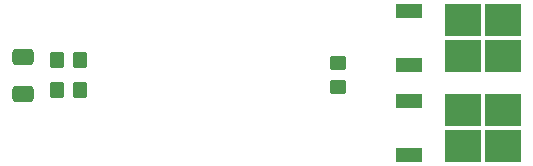
<source format=gbr>
%TF.GenerationSoftware,KiCad,Pcbnew,7.0.6*%
%TF.CreationDate,2023-08-24T15:39:13-04:00*%
%TF.ProjectId,miniald,6d696e69-616c-4642-9e6b-696361645f70,rev?*%
%TF.SameCoordinates,Original*%
%TF.FileFunction,Paste,Bot*%
%TF.FilePolarity,Positive*%
%FSLAX46Y46*%
G04 Gerber Fmt 4.6, Leading zero omitted, Abs format (unit mm)*
G04 Created by KiCad (PCBNEW 7.0.6) date 2023-08-24 15:39:13*
%MOMM*%
%LPD*%
G01*
G04 APERTURE LIST*
G04 Aperture macros list*
%AMRoundRect*
0 Rectangle with rounded corners*
0 $1 Rounding radius*
0 $2 $3 $4 $5 $6 $7 $8 $9 X,Y pos of 4 corners*
0 Add a 4 corners polygon primitive as box body*
4,1,4,$2,$3,$4,$5,$6,$7,$8,$9,$2,$3,0*
0 Add four circle primitives for the rounded corners*
1,1,$1+$1,$2,$3*
1,1,$1+$1,$4,$5*
1,1,$1+$1,$6,$7*
1,1,$1+$1,$8,$9*
0 Add four rect primitives between the rounded corners*
20,1,$1+$1,$2,$3,$4,$5,0*
20,1,$1+$1,$4,$5,$6,$7,0*
20,1,$1+$1,$6,$7,$8,$9,0*
20,1,$1+$1,$8,$9,$2,$3,0*%
G04 Aperture macros list end*
%ADD10R,3.050000X2.750000*%
%ADD11R,2.200000X1.200000*%
%ADD12RoundRect,0.250000X-0.350000X-0.450000X0.350000X-0.450000X0.350000X0.450000X-0.350000X0.450000X0*%
%ADD13RoundRect,0.250000X0.350000X0.450000X-0.350000X0.450000X-0.350000X-0.450000X0.350000X-0.450000X0*%
%ADD14RoundRect,0.250000X-0.450000X0.350000X-0.450000X-0.350000X0.450000X-0.350000X0.450000X0.350000X0*%
%ADD15RoundRect,0.250000X-0.650000X0.412500X-0.650000X-0.412500X0.650000X-0.412500X0.650000X0.412500X0*%
G04 APERTURE END LIST*
D10*
%TO.C,Q2*%
X130600000Y-60705000D03*
X130600000Y-63755000D03*
X133950000Y-60705000D03*
X133950000Y-63755000D03*
D11*
X125975000Y-64510000D03*
X125975000Y-59950000D03*
%TD*%
D12*
%TO.C,R3*%
X96155000Y-56515000D03*
X98155000Y-56515000D03*
%TD*%
D13*
%TO.C,R4*%
X98155000Y-59055000D03*
X96155000Y-59055000D03*
%TD*%
D10*
%TO.C,Q1*%
X130600000Y-53085000D03*
X130600000Y-56135000D03*
X133950000Y-53085000D03*
X133950000Y-56135000D03*
D11*
X125975000Y-56890000D03*
X125975000Y-52330000D03*
%TD*%
D14*
%TO.C,R2*%
X120015000Y-56785000D03*
X120015000Y-58785000D03*
%TD*%
D15*
%TO.C,C3*%
X93345000Y-56222500D03*
X93345000Y-59347500D03*
%TD*%
M02*

</source>
